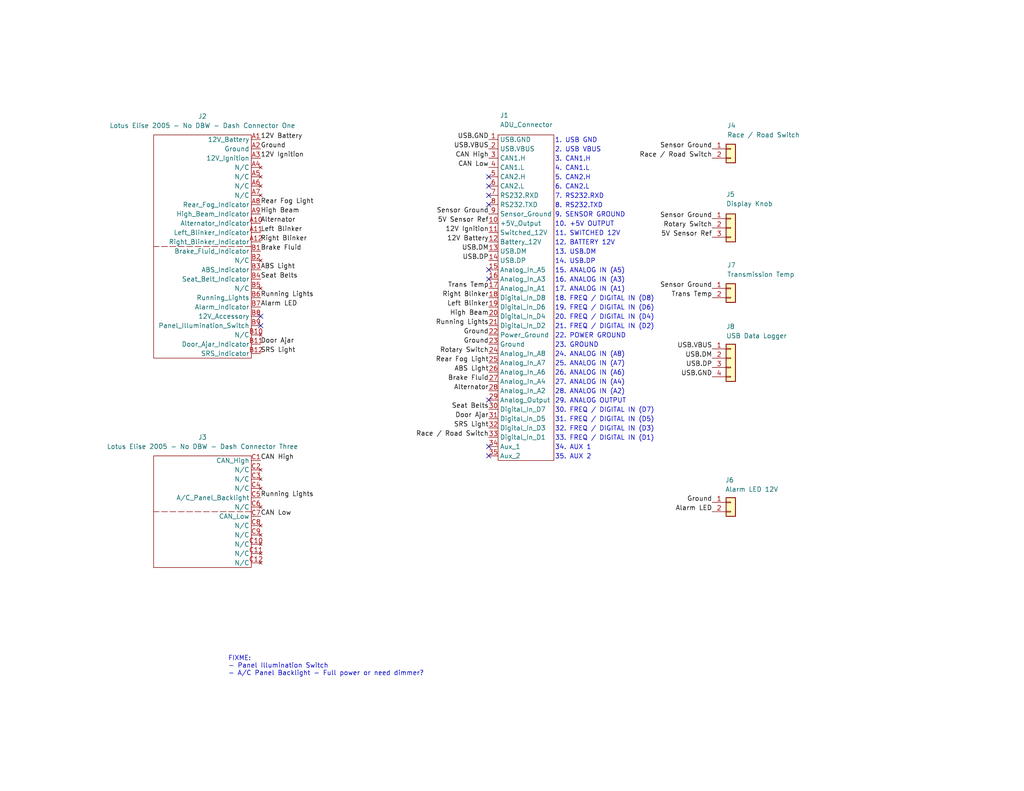
<source format=kicad_sch>
(kicad_sch (version 20250114) (generator "eeschema") (generator_version "9.0")
  (paper "USLetter")
  (title_block (title "Lotus Elise 2005 Stock Dash to ADU") (date "2025-03-27") (rev "v1") (company "DadBodCadMod") (comment 1 "Reusing the connectors from the Stock Dash"))
  (lib_symbols
    (symbol "Connector_Generic:Conn_01x02" (pin_names (offset 1.016) (hide yes))
      (property "Reference" "J" (at 0 2.54 0))
      (property "Value" "Conn_01x02" (at 0 -5.08 0))
      (symbol "Conn_01x02_1_1"
        (rectangle (start -1.27 1.27) (end 1.27 -3.81) (stroke (width 0.254)) (fill (type background)))
        (rectangle (start -1.27 0.127) (end 0 -0.127) (stroke (width 0.1524)))
        (rectangle (start -1.27 -2.413) (end 0 -2.667) (stroke (width 0.1524)))
        (pin passive line (at -5.08 0 0) (length 3.81) (name "Pin_1") (number "1"))
        (pin passive line (at -5.08 -2.54 0) (length 3.81) (name "Pin_2") (number "2"))
      )
    )
    (symbol "Connector_Generic:Conn_01x03" (pin_names (offset 1.016) (hide yes))
      (property "Reference" "J" (at 0 5.08 0))
      (property "Value" "Conn_01x03" (at 0 -5.08 0))
      (symbol "Conn_01x03_1_1"
        (rectangle (start -1.27 3.81) (end 1.27 -3.81) (stroke (width 0.254)) (fill (type background)))
        (rectangle (start -1.27 2.667) (end 0 2.413) (stroke (width 0.1524)))
        (rectangle (start -1.27 0.127) (end 0 -0.127) (stroke (width 0.1524)))
        (rectangle (start -1.27 -2.413) (end 0 -2.667) (stroke (width 0.1524)))
        (pin passive line (at -5.08 2.54 0) (length 3.81) (name "Pin_1") (number "1"))
        (pin passive line (at -5.08 0 0) (length 3.81) (name "Pin_2") (number "2"))
        (pin passive line (at -5.08 -2.54 0) (length 3.81) (name "Pin_3") (number "3"))
      )
    )
    (symbol "Connector_Generic:Conn_01x04" (pin_names (offset 1.016) (hide yes))
      (property "Reference" "J" (at 0 5.08 0))
      (property "Value" "Conn_01x04" (at 0 -7.62 0))
      (symbol "Conn_01x04_1_1"
        (rectangle (start -1.27 3.81) (end 1.27 -6.35) (stroke (width 0.254)) (fill (type background)))
        (rectangle (start -1.27 2.667) (end 0 2.413) (stroke (width 0.1524)))
        (rectangle (start -1.27 0.127) (end 0 -0.127) (stroke (width 0.1524)))
        (rectangle (start -1.27 -2.413) (end 0 -2.667) (stroke (width 0.1524)))
        (rectangle (start -1.27 -4.953) (end 0 -5.207) (stroke (width 0.1524)))
        (pin passive line (at -5.08 2.54 0) (length 3.81) (name "Pin_1") (number "1"))
        (pin passive line (at -5.08 0 0) (length 3.81) (name "Pin_2") (number "2"))
        (pin passive line (at -5.08 -2.54 0) (length 3.81) (name "Pin_3") (number "3"))
        (pin passive line (at -5.08 -5.08 0) (length 3.81) (name "Pin_4") (number "4"))
      )
    )
    (symbol "ecu_masters:ADU_Connector"
      (property "Reference" "J?" (at 0 3.81 0))
      (property "Value" "ADU_Connector" (at 0 1.27 0))
      (symbol "ADU_Connector_0_1"
        (rectangle (start 0 0) (end 15.24 -88.9))
      )
      (symbol "ADU_Connector_1_1"
        (pin power_out line (at -2.54 -1.27 0) (length 2.54) (name "USB.GND") (number "1"))
        (pin power_out line (at -2.54 -3.81 0) (length 2.54) (name "USB.VBUS") (number "2"))
        (pin bidirectional line (at -2.54 -6.35 0) (length 2.54) (name "CAN1.H") (number "3"))
        (pin bidirectional line (at -2.54 -8.89 0) (length 2.54) (name "CAN1.L") (number "4"))
        (pin bidirectional line (at -2.54 -11.43 0) (length 2.54) (name "CAN2.H") (number "5"))
        (pin bidirectional line (at -2.54 -13.97 0) (length 2.54) (name "CAN2.L") (number "6"))
        (pin bidirectional line (at -2.54 -16.51 0) (length 2.54) (name "RS232.RXD") (number "7"))
        (pin bidirectional line (at -2.54 -19.05 0) (length 2.54) (name "RS232.TXD") (number "8"))
        (pin power_out line (at -2.54 -21.59 0) (length 2.54) (name "Sensor_Ground") (number "9"))
        (pin power_out line (at -2.54 -24.13 0) (length 2.54) (name "+5V_Output") (number "10"))
        (pin power_in line (at -2.54 -26.67 0) (length 2.54) (name "Switched_12V") (number "11"))
        (pin power_in line (at -2.54 -29.21 0) (length 2.54) (name "Battery_12V") (number "12"))
        (pin bidirectional line (at -2.54 -31.75 0) (length 2.54) (name "USB.DM") (number "13"))
        (pin bidirectional line (at -2.54 -34.29 0) (length 2.54) (name "USB.DP") (number "14"))
        (pin input line (at -2.54 -36.83 0) (length 2.54) (name "Analog_In_A5") (number "15"))
        (pin input line (at -2.54 -39.37 0) (length 2.54) (name "Analog_In_A3") (number "16"))
        (pin input line (at -2.54 -41.91 0) (length 2.54) (name "Analog_In_A1") (number "17"))
        (pin input line (at -2.54 -44.45 0) (length 2.54) (name "Digital_In_D8") (number "18"))
        (pin input line (at -2.54 -46.99 0) (length 2.54) (name "Digital_In_D6") (number "19"))
        (pin input line (at -2.54 -49.53 0) (length 2.54) (name "Digital_In_D4") (number "20"))
        (pin input line (at -2.54 -52.07 0) (length 2.54) (name "Digital_In_D2") (number "21"))
        (pin power_in line (at -2.54 -54.61 0) (length 2.54) (name "Power_Ground") (number "22"))
        (pin power_in line (at -2.54 -57.15 0) (length 2.54) (name "Ground") (number "23"))
        (pin input line (at -2.54 -59.69 0) (length 2.54) (name "Analog_In_A8") (number "24"))
        (pin input line (at -2.54 -62.23 0) (length 2.54) (name "Analog_In_A7") (number "25"))
        (pin input line (at -2.54 -64.77 0) (length 2.54) (name "Analog_In_A6") (number "26"))
        (pin input line (at -2.54 -67.31 0) (length 2.54) (name "Analog_In_A4") (number "27"))
        (pin input line (at -2.54 -69.85 0) (length 2.54) (name "Analog_In_A2") (number "28"))
        (pin output line (at -2.54 -72.39 0) (length 2.54) (name "Analog_Output") (number "29"))
        (pin input line (at -2.54 -74.93 0) (length 2.54) (name "Digital_In_D7") (number "30"))
        (pin input line (at -2.54 -77.47 0) (length 2.54) (name "Digital_In_D5") (number "31"))
        (pin input line (at -2.54 -80.01 0) (length 2.54) (name "Digital_In_D3") (number "32"))
        (pin input line (at -2.54 -82.55 0) (length 2.54) (name "Digital_In_D1") (number "33"))
        (pin open_collector line (at -2.54 -85.09 0) (length 2.54) (name "Aux_1") (number "34"))
        (pin open_collector line (at -2.54 -87.63 0) (length 2.54) (name "Aux_2") (number "35"))
      )
    )
    (symbol "ecu_masters:Lotus Elise 2025 - No DBW - Dash Connector One"
      (property "Reference" "J?" (at 0 3.81 0))
      (property "Value" "Lotus Elise 2005 - No DBW - Dash Connector One" (at 0 1.27 0))
      (symbol "Lotus Elise 2025 - No DBW - Dash Connector One_0_1"
        (rectangle (start 0 0) (end 26.67 -60.96))
      )
      (symbol "Lotus Elise 2025 - No DBW - Dash Connector One_1_1"
        (polyline (pts (xy 0 -30.48) (xy 26.67 -30.48)) (stroke (width 0) (type dash)))
        (pin power_in line (at -2.54 -1.27 0) (length 2.54) (name "12V_Battery") (number "A1"))
        (pin power_in line (at -2.54 -3.81 0) (length 2.54) (name "Ground") (number "A2"))
        (pin power_out line (at -2.54 -6.35 0) (length 2.54) (name "12V_Ignition") (number "A3"))
        (pin no_connect line (at -2.54 -8.89 0) (length 2.54) (name "N/C") (number "A4"))
        (pin no_connect line (at -2.54 -11.43 0) (length 2.54) (name "N/C") (number "A5"))
        (pin no_connect line (at -2.54 -13.97 0) (length 2.54) (name "N/C") (number "A6"))
        (pin no_connect line (at -2.54 -16.51 0) (length 2.54) (name "N/C") (number "A7"))
        (pin input line (at -2.54 -19.05 0) (length 2.54) (name "Rear_Fog_Indicator") (number "A8"))
        (pin input line (at -2.54 -21.59 0) (length 2.54) (name "High_Beam_Indicator") (number "A9"))
        (pin input line (at -2.54 -24.13 0) (length 2.54) (name "Alternator_Indicator") (number "A10"))
        (pin input line (at -2.54 -26.67 0) (length 2.54) (name "Left_Blinker_Indicator") (number "A11"))
        (pin input line (at -2.54 -29.21 0) (length 2.54) (name "Right_Blinker_Indicator") (number "A12"))
        (pin input line (at -2.54 -31.75 0) (length 2.54) (name "Brake_Fluid_Indicator") (number "B1"))
        (pin no_connect line (at -2.54 -34.29 0) (length 2.54) (name "N/C") (number "B2"))
        (pin input line (at -2.54 -36.83 0) (length 2.54) (name "ABS_Indicator") (number "B3"))
        (pin input line (at -2.54 -39.37 0) (length 2.54) (name "Seat_Belt_Indicator") (number "B4"))
        (pin no_connect line (at -2.54 -41.91 0) (length 2.54) (name "N/C") (number "B5"))
        (pin input line (at -2.54 -44.45 0) (length 2.54) (name "Running_Lights") (number "B6"))
        (pin input line (at -2.54 -46.99 0) (length 2.54) (name "Alarm_Indicator") (number "B7"))
        (pin power_in line (at -2.54 -49.53 0) (length 2.54) (name "12V_Accessory") (number "B8"))
        (pin input line (at -2.54 -52.07 0) (length 2.54) (name "Panel_Illumination_Switch") (number "B9"))
        (pin no_connect line (at -2.54 -54.61 0) (length 2.54) (name "N/C") (number "B10"))
        (pin input line (at -2.54 -57.15 0) (length 2.54) (name "Door_Ajar_Indicator") (number "B11"))
        (pin input line (at -2.54 -59.69 0) (length 2.54) (name "SRS_Indicator") (number "B12"))
      )
    )
    (symbol "ecu_masters:Lotus Elise 2025 - No DBW - Dash Connector Three"
      (property "Reference" "J?" (at 0 3.81 0))
      (property "Value" "Lotus Elise 2005 - No DBW - Dash Connector Three" (at 0 1.27 0))
      (symbol "Lotus Elise 2025 - No DBW - Dash Connector Three_0_1"
        (rectangle (start 0 0) (end 26.67 -30.48))
      )
      (symbol "Lotus Elise 2025 - No DBW - Dash Connector Three_1_1"
        (polyline (pts (xy 0 -15.24) (xy 26.67 -15.24)) (stroke (width 0) (type dash)))
        (pin bidirectional line (at -2.54 -1.27 0) (length 2.54) (name "CAN_High") (number "C1"))
        (pin no_connect line (at -2.54 -3.81 0) (length 2.54) (name "N/C") (number "C2"))
        (pin no_connect line (at -2.54 -6.35 0) (length 2.54) (name "N/C") (number "C3"))
        (pin no_connect line (at -2.54 -8.89 0) (length 2.54) (name "N/C") (number "C4"))
        (pin output line (at -2.54 -11.43 0) (length 2.54) (name "A/C_Panel_Backlight") (number "C5"))
        (pin no_connect line (at -2.54 -13.97 0) (length 2.54) (name "N/C") (number "C6"))
        (pin bidirectional line (at -2.54 -16.51 0) (length 2.54) (name "CAN_Low") (number "C7"))
        (pin no_connect line (at -2.54 -19.05 0) (length 2.54) (name "N/C") (number "C8"))
        (pin no_connect line (at -2.54 -21.59 0) (length 2.54) (name "N/C") (number "C9"))
        (pin no_connect line (at -2.54 -24.13 0) (length 2.54) (name "N/C") (number "C10"))
        (pin no_connect line (at -2.54 -26.67 0) (length 2.54) (name "N/C") (number "C11"))
        (pin no_connect line (at -2.54 -29.21 0) (length 2.54) (name "N/C") (number "C12"))
      )
    )
  )
  (text "25. ANALOG IN (A7)" (at 151.384 100.076 0) (effects (font (size 1.27 1.27)) (justify left bottom)))
  (text "3. CAN1.H" (at 151.384 44.196 0) (effects (font (size 1.27 1.27)) (justify left bottom)))
  (text "31. FREQ / DIGITAL IN (D5)" (at 151.384 115.316 0) (effects (font (size 1.27 1.27)) (justify left bottom)))
  (text "19. FREQ / DIGITAL IN (D6)" (at 151.384 84.836 0) (effects (font (size 1.27 1.27)) (justify left bottom)))
  (text "28. ANALOG IN (A2)" (at 151.384 107.696 0) (effects (font (size 1.27 1.27)) (justify left bottom)))
  (text "14. USB.DP" (at 151.384 72.136 0) (effects (font (size 1.27 1.27)) (justify left bottom)))
  (text "21. FREQ / DIGITAL IN (D2)" (at 151.384 89.916 0) (effects (font (size 1.27 1.27)) (justify left bottom)))
  (text "1. USB GND" (at 151.384 39.116 0) (effects (font (size 1.27 1.27)) (justify left bottom)))
  (text "8. RS232.TXD" (at 151.384 56.896 0) (effects (font (size 1.27 1.27)) (justify left bottom)))
  (text "12. BATTERY 12V" (at 151.384 67.056 0) (effects (font (size 1.27 1.27)) (justify left bottom)))
  (text "35. AUX 2" (at 151.384 125.476 0) (effects (font (size 1.27 1.27)) (justify left bottom)))
  (text "FIXME:\n- Panel Illumination Switch\n- A/C Panel Backlight - Full power or need dimmer?" (at 62.23 181.864 0) (effects (font (size 1.27 1.27)) (justify left)))
  (text "6. CAN2.L" (at 151.384 51.816 0) (effects (font (size 1.27 1.27)) (justify left bottom)))
  (text "34. AUX 1" (at 151.384 122.936 0) (effects (font (size 1.27 1.27)) (justify left bottom)))
  (text "13. USB.DM" (at 151.384 69.596 0) (effects (font (size 1.27 1.27)) (justify left bottom)))
  (text "30. FREQ / DIGITAL IN (D7)" (at 151.384 112.776 0) (effects (font (size 1.27 1.27)) (justify left bottom)))
  (text "32. FREQ / DIGITAL IN (D3)" (at 151.384 117.856 0) (effects (font (size 1.27 1.27)) (justify left bottom)))
  (text "4. CAN1.L" (at 151.384 46.736 0) (effects (font (size 1.27 1.27)) (justify left bottom)))
  (text "7. RS232.RXD" (at 151.384 54.356 0) (effects (font (size 1.27 1.27)) (justify left bottom)))
  (text "10. +5V OUTPUT" (at 151.384 61.976 0) (effects (font (size 1.27 1.27)) (justify left bottom)))
  (text "11. SWITCHED 12V" (at 151.384 64.516 0) (effects (font (size 1.27 1.27)) (justify left bottom)))
  (text "27. ANALOG IN (A4)" (at 151.384 105.156 0) (effects (font (size 1.27 1.27)) (justify left bottom)))
  (text "24. ANALOG IN (A8)" (at 151.384 97.536 0) (effects (font (size 1.27 1.27)) (justify left bottom)))
  (text "16. ANALOG IN (A3)" (at 151.384 77.216 0) (effects (font (size 1.27 1.27)) (justify left bottom)))
  (text "18. FREQ / DIGITAL IN (D8)" (at 151.384 82.296 0) (effects (font (size 1.27 1.27)) (justify left bottom)))
  (text "9. SENSOR GROUND" (at 151.384 59.436 0) (effects (font (size 1.27 1.27)) (justify left bottom)))
  (text "26. ANALOG IN (A6)" (at 151.384 102.616 0) (effects (font (size 1.27 1.27)) (justify left bottom)))
  (text "29. ANALOG OUTPUT" (at 151.384 110.236 0) (effects (font (size 1.27 1.27)) (justify left bottom)))
  (text "23. GROUND" (at 151.384 94.996 0) (effects (font (size 1.27 1.27)) (justify left bottom)))
  (text "5. CAN2.H" (at 151.384 49.276 0) (effects (font (size 1.27 1.27)) (justify left bottom)))
  (text "2. USB VBUS" (at 151.384 41.656 0) (effects (font (size 1.27 1.27)) (justify left bottom)))
  (text "22. POWER GROUND" (at 151.384 92.456 0) (effects (font (size 1.27 1.27)) (justify left bottom)))
  (text "17. ANALOG IN (A1)" (at 151.384 79.756 0) (effects (font (size 1.27 1.27)) (justify left bottom)))
  (text "15. ANALOG IN (A5)" (at 151.384 74.676 0) (effects (font (size 1.27 1.27)) (justify left bottom)))
  (text "20. FREQ / DIGITAL IN (D4)" (at 151.384 87.376 0) (effects (font (size 1.27 1.27)) (justify left bottom)))
  (text "33. FREQ / DIGITAL IN (D1)" (at 151.384 120.396 0) (effects (font (size 1.27 1.27)) (justify left bottom)))
  (no_connect (at 133.35 121.92))
  (no_connect (at 133.35 48.26))
  (no_connect (at 133.35 76.2))
  (no_connect (at 133.35 50.8))
  (no_connect (at 71.12 86.36))
  (no_connect (at 71.12 88.9))
  (no_connect (at 133.35 124.46))
  (no_connect (at 133.35 55.88))
  (no_connect (at 133.35 73.66))
  (no_connect (at 133.35 109.22))
  (no_connect (at 133.35 53.34))
  (label "12V Battery" (at 133.35 66.04 180))
  (label "12V Battery" (at 71.12 38.1 0))
  (label "Running Lights" (at 133.35 88.9 180))
  (label "Rotary Switch" (at 194.31 62.23 180))
  (label "Sensor Ground" (at 194.31 59.69 180))
  (label "USB.VBUS" (at 133.35 40.64 180))
  (label "5V Sensor Ref" (at 133.35 60.96 180))
  (label "12V Ignition" (at 133.35 63.5 180))
  (label "Door Ajar" (at 71.12 93.98 0))
  (label "Alarm LED" (at 194.31 139.7 180))
  (label "Ground" (at 71.12 40.64 0))
  (label "ABS Light" (at 133.35 101.6 180))
  (label "Right Blinker" (at 71.12 66.04 0))
  (label "Brake Fluid" (at 71.12 68.58 0))
  (label "Ground" (at 133.35 93.98 180))
  (label "Ground" (at 194.31 137.16 180))
  (label "CAN High" (at 71.12 125.73 0))
  (label "USB.DM" (at 194.31 97.79 180))
  (label "Trans Temp" (at 133.35 78.74 180))
  (label "CAN High" (at 133.35 43.18 180))
  (label "USB.VBUS" (at 194.31 95.25 180))
  (label "USB.GND" (at 133.35 38.1 180))
  (label "Race {slash} Road Switch" (at 194.31 43.18 180))
  (label "Sensor Ground" (at 133.35 58.42 180))
  (label "Sensor Ground" (at 194.31 78.74 180))
  (label "CAN Low" (at 133.35 45.72 180))
  (label "SRS Light" (at 133.35 116.84 180))
  (label "5V Sensor Ref" (at 194.31 64.77 180))
  (label "USB.GND" (at 194.31 102.87 180))
  (label "CAN Low" (at 71.12 140.97 0))
  (label "High Beam" (at 133.35 86.36 180))
  (label "Rotary Switch" (at 133.35 96.52 180))
  (label "12V Ignition" (at 71.12 43.18 0))
  (label "USB.DP" (at 133.35 71.12 180))
  (label "Left Blinker" (at 71.12 63.5 0))
  (label "Running Lights" (at 71.12 135.89 0))
  (label "Door Ajar" (at 133.35 114.3 180))
  (label "USB.DM" (at 133.35 68.58 180))
  (label "Rear Fog Light" (at 133.35 99.06 180))
  (label "Running Lights" (at 71.12 81.28 0))
  (label "USB.DP" (at 194.31 100.33 180))
  (label "Left Blinker" (at 133.35 83.82 180))
  (label "Alternator" (at 71.12 60.96 0))
  (label "Alternator" (at 133.35 106.68 180))
  (label "SRS Light" (at 71.12 96.52 0))
  (label "Seat Belts" (at 71.12 76.2 0))
  (label "Seat Belts" (at 133.35 111.76 180))
  (label "Rear Fog Light" (at 71.12 55.88 0))
  (label "Brake Fluid" (at 133.35 104.14 180))
  (label "Sensor Ground" (at 194.31 40.64 180))
  (label "Trans Temp" (at 194.31 81.28 180))
  (label "ABS Light" (at 71.12 73.66 0))
  (label "Right Blinker" (at 133.35 81.28 180))
  (label "Alarm LED" (at 71.12 83.82 0))
  (label "Ground" (at 133.35 91.44 180))
  (label "Race {slash} Road Switch" (at 133.35 119.38 180))
  (label "High Beam" (at 71.12 58.42 0))
  (symbol (lib_id "ecu_masters:Lotus Elise 2025 - No DBW - Dash Connector Three") (at 68.58 124.46 0) (mirror y) (unit 1)
    (property "Reference" "J3" (at 55.245 119.38 0))
    (property "Value" "Lotus Elise 2005 - No DBW - Dash Connector Three" (at 55.245 121.92 0))
  )
  (symbol (lib_id "Connector_Generic:Conn_01x02") (at 199.39 40.64 0) (unit 1)
    (property "Reference" "J4" (at 198.374 34.29 0) (effects (justify left)))
    (property "Value" "Race / Road Switch" (at 198.374 36.83 0) (effects (justify left)))
    (property "Description" "Generic connector, single row, 01x02, script generated (kicad-library-utils/schlib/autogen/connector/)" (effects (hide yes)))
  )
  (symbol (lib_id "Connector_Generic:Conn_01x02") (at 199.39 78.74 0) (unit 1)
    (property "Reference" "J7" (at 198.374 72.39 0) (effects (justify left)))
    (property "Value" "Transmission Temp" (at 198.374 74.93 0) (effects (justify left)))
    (property "Description" "Generic connector, single row, 01x02, script generated (kicad-library-utils/schlib/autogen/connector/)" (effects (hide yes)))
  )
  (symbol (lib_id "Connector_Generic:Conn_01x04") (at 199.39 97.79 0) (unit 1)
    (property "Reference" "J8" (at 198.12 89.154 0) (effects (justify left)))
    (property "Value" "USB Data Logger" (at 198.12 91.694 0) (effects (justify left)))
    (property "Description" "Generic connector, single row, 01x04, script generated (kicad-library-utils/schlib/autogen/connector/)" (effects (hide yes)))
  )
  (symbol (lib_id "ecu_masters:Lotus Elise 2025 - No DBW - Dash Connector One") (at 68.58 36.83 0) (mirror y) (unit 1)
    (property "Reference" "J2" (at 55.245 31.75 0))
    (property "Value" "Lotus Elise 2005 - No DBW - Dash Connector One" (at 55.245 34.29 0))
  )
  (symbol (lib_id "ecu_masters:ADU_Connector") (at 135.89 36.83 0) (unit 1)
    (property "Reference" "J1" (at 136.398 31.496 0) (effects (justify left)))
    (property "Value" "ADU_Connector" (at 136.398 34.036 0) (effects (justify left)))
  )
  (symbol (lib_id "Connector_Generic:Conn_01x03") (at 199.39 62.23 0) (unit 1)
    (property "Reference" "J5" (at 198.12 53.086 0) (effects (justify left)))
    (property "Value" "Display Knob" (at 198.12 55.626 0) (effects (justify left)))
    (property "Description" "Generic connector, single row, 01x03, script generated (kicad-library-utils/schlib/autogen/connector/)" (effects (hide yes)))
  )
  (symbol (lib_id "Connector_Generic:Conn_01x02") (at 199.39 137.16 0) (unit 1)
    (property "Reference" "J6" (at 197.866 131.064 0) (effects (justify left)))
    (property "Value" "Alarm LED 12V" (at 197.866 133.604 0) (effects (justify left)))
    (property "Description" "Generic connector, single row, 01x02, script generated (kicad-library-utils/schlib/autogen/connector/)" (effects (hide yes)))
  )
)
</source>
